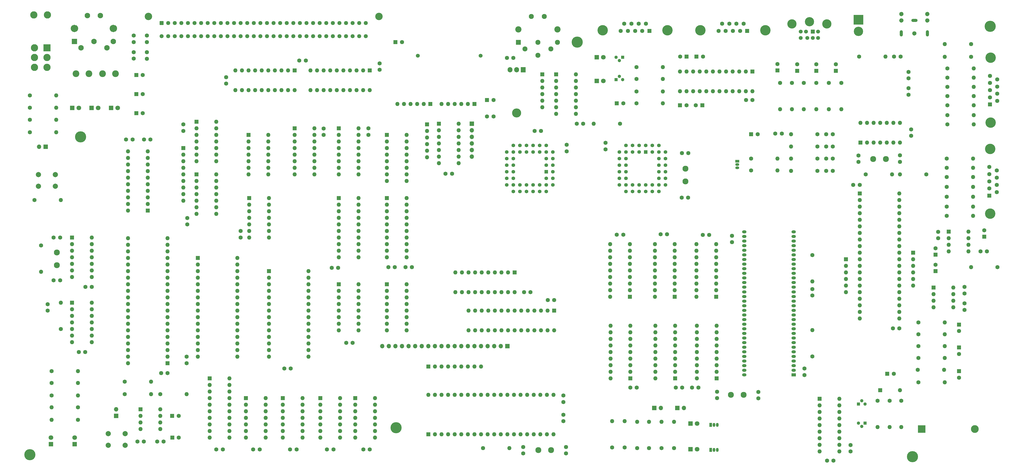
<source format=gbs>
G04 #@! TF.GenerationSoftware,KiCad,Pcbnew,(6.0.11)*
G04 #@! TF.CreationDate,2023-02-06T09:16:54+00:00*
G04 #@! TF.ProjectId,yddraig09,79646472-6169-4673-9039-2e6b69636164,rev?*
G04 #@! TF.SameCoordinates,Original*
G04 #@! TF.FileFunction,Soldermask,Bot*
G04 #@! TF.FilePolarity,Negative*
%FSLAX46Y46*%
G04 Gerber Fmt 4.6, Leading zero omitted, Abs format (unit mm)*
G04 Created by KiCad (PCBNEW (6.0.11)) date 2023-02-06 09:16:54*
%MOMM*%
%LPD*%
G01*
G04 APERTURE LIST*
G04 Aperture macros list*
%AMRoundRect*
0 Rectangle with rounded corners*
0 $1 Rounding radius*
0 $2 $3 $4 $5 $6 $7 $8 $9 X,Y pos of 4 corners*
0 Add a 4 corners polygon primitive as box body*
4,1,4,$2,$3,$4,$5,$6,$7,$8,$9,$2,$3,0*
0 Add four circle primitives for the rounded corners*
1,1,$1+$1,$2,$3*
1,1,$1+$1,$4,$5*
1,1,$1+$1,$6,$7*
1,1,$1+$1,$8,$9*
0 Add four rect primitives between the rounded corners*
20,1,$1+$1,$2,$3,$4,$5,0*
20,1,$1+$1,$4,$5,$6,$7,0*
20,1,$1+$1,$6,$7,$8,$9,0*
20,1,$1+$1,$8,$9,$2,$3,0*%
G04 Aperture macros list end*
%ADD10C,1.449000*%
%ADD11C,0.854000*%
%ADD12C,1.600000*%
%ADD13R,1.600000X1.600000*%
%ADD14R,1.800000X1.800000*%
%ADD15C,1.800000*%
%ADD16O,1.600000X1.600000*%
%ADD17C,4.000000*%
%ADD18R,1.700000X1.700000*%
%ADD19O,1.700000X1.700000*%
%ADD20C,2.390000*%
%ADD21R,2.100000X2.100000*%
%ADD22C,2.100000*%
%ADD23C,2.400000*%
%ADD24R,1.950000X1.950000*%
%ADD25C,1.950000*%
%ADD26C,1.500000*%
%ADD27C,2.600000*%
%ADD28R,1.500000X1.050000*%
%ADD29O,1.500000X1.050000*%
%ADD30R,1.050000X1.500000*%
%ADD31O,1.050000X1.500000*%
%ADD32C,2.000000*%
%ADD33R,2.800000X2.800000*%
%ADD34C,2.800000*%
%ADD35R,1.700000X1.200000*%
%ADD36O,1.700000X1.200000*%
%ADD37O,3.500000X3.500000*%
%ADD38R,1.905000X2.000000*%
%ADD39O,1.905000X2.000000*%
%ADD40R,1.422400X1.422400*%
%ADD41C,1.422400*%
%ADD42C,2.300000*%
%ADD43R,1.300000X1.300000*%
%ADD44C,1.300000*%
%ADD45R,3.000000X3.000000*%
%ADD46C,3.000000*%
%ADD47C,2.850000*%
%ADD48RoundRect,0.249999X-0.525001X-0.525001X0.525001X-0.525001X0.525001X0.525001X-0.525001X0.525001X0*%
%ADD49C,1.550000*%
%ADD50C,1.200000*%
%ADD51O,2.416000X1.208000*%
%ADD52O,1.208000X2.416000*%
%ADD53R,3.765000X3.765000*%
%ADD54C,3.600000*%
%ADD55R,1.509000X1.509000*%
%ADD56C,1.509000*%
%ADD57C,3.555000*%
%ADD58C,4.300000*%
G04 APERTURE END LIST*
D10*
X44805700Y-27475800D02*
G75*
G03*
X44805700Y-27475800I-724500J0D01*
G01*
X59815700Y-27475800D02*
G75*
G03*
X59815700Y-27475800I-724500J0D01*
G01*
D11*
X368393000Y-29400000D02*
G75*
G03*
X368393000Y-29400000I-427000J0D01*
G01*
X373393000Y-21900000D02*
G75*
G03*
X373393000Y-21900000I-427000J0D01*
G01*
X373393000Y-24400000D02*
G75*
G03*
X373393000Y-24400000I-427000J0D01*
G01*
X363393000Y-24400000D02*
G75*
G03*
X363393000Y-24400000I-427000J0D01*
G01*
X363393000Y-21900000D02*
G75*
G03*
X363393000Y-21900000I-427000J0D01*
G01*
D12*
X70906000Y-70358000D03*
X73406000Y-70358000D03*
X64008000Y-70358000D03*
X66508000Y-70358000D03*
X102616000Y-48768000D03*
X102616000Y-46268000D03*
X151384000Y-148844000D03*
X148884000Y-148844000D03*
X130810000Y-39878000D03*
X133310000Y-39878000D03*
X260945000Y-166116000D03*
X258445000Y-166116000D03*
X291909500Y-170180000D03*
X291909500Y-167680000D03*
X307848000Y-167767000D03*
X307848000Y-170267000D03*
X270129000Y-106934000D03*
X272629000Y-106934000D03*
X328676000Y-128056000D03*
X328676000Y-130556000D03*
X278471000Y-166116000D03*
X275971000Y-166116000D03*
X286385000Y-107188000D03*
X288885000Y-107188000D03*
X253238000Y-107061000D03*
X255738000Y-107061000D03*
X297688000Y-109982000D03*
X297688000Y-107482000D03*
X284734000Y-166116000D03*
X282234000Y-166116000D03*
X393486000Y-113538000D03*
X395986000Y-113538000D03*
X387338000Y-133596000D03*
X387338000Y-136096000D03*
D13*
X385191000Y-141772000D03*
D12*
X385191000Y-144272000D03*
D13*
X385191000Y-150622000D03*
D12*
X385191000Y-153122000D03*
D13*
X376174000Y-114808000D03*
D12*
X376174000Y-112308000D03*
X387338000Y-127286000D03*
X387338000Y-129786000D03*
X344424000Y-87884000D03*
X346924000Y-87884000D03*
X362204000Y-143256000D03*
X359704000Y-143256000D03*
D13*
X376174000Y-121158000D03*
D12*
X376174000Y-118658000D03*
X346456000Y-78994000D03*
X346456000Y-76494000D03*
X362458000Y-76454000D03*
X362458000Y-78954000D03*
X336510000Y-68326000D03*
X334010000Y-68326000D03*
X336510000Y-73025000D03*
X334010000Y-73025000D03*
X336510000Y-77724000D03*
X334010000Y-77724000D03*
X336510000Y-82423000D03*
X334010000Y-82423000D03*
X365760000Y-50546000D03*
X365760000Y-53046000D03*
D13*
X337693000Y-43815000D03*
D12*
X337693000Y-41315000D03*
D13*
X322834000Y-43815000D03*
D12*
X322834000Y-41315000D03*
D13*
X330200000Y-43815000D03*
D12*
X330200000Y-41315000D03*
D13*
X315214000Y-43688000D03*
D12*
X315214000Y-41188000D03*
D13*
X305054000Y-68326000D03*
D12*
X307554000Y-68326000D03*
X365760000Y-44236000D03*
X365760000Y-46736000D03*
X360172000Y-38354000D03*
X362672000Y-38354000D03*
X314365000Y-68072000D03*
X316865000Y-68072000D03*
X232664000Y-176570000D03*
X232664000Y-179070000D03*
X115530000Y-189992000D03*
X113030000Y-189992000D03*
X87376000Y-156678000D03*
X87376000Y-154178000D03*
X101306000Y-189992000D03*
X98806000Y-189992000D03*
X278320500Y-75628500D03*
X280820500Y-75628500D03*
X280733500Y-92773500D03*
X278233500Y-92773500D03*
D13*
X280162000Y-38354000D03*
D12*
X277662000Y-38354000D03*
D13*
X277622000Y-57150000D03*
D12*
X280122000Y-57150000D03*
D13*
X286218000Y-57150000D03*
D12*
X283718000Y-57150000D03*
X248920000Y-74128000D03*
X248920000Y-71628000D03*
X48260000Y-152400000D03*
X45760000Y-152400000D03*
X36068000Y-108204000D03*
X38568000Y-108204000D03*
X50800000Y-127254000D03*
X48300000Y-127254000D03*
X33782000Y-136398000D03*
X33782000Y-133898000D03*
D13*
X81828000Y-185420000D03*
D12*
X84328000Y-185420000D03*
X78486000Y-186944000D03*
X75986000Y-186944000D03*
D13*
X81788000Y-177038000D03*
D12*
X84288000Y-177038000D03*
X66929000Y-30226000D03*
X66929000Y-32726000D03*
X72009000Y-30226000D03*
X72009000Y-32726000D03*
D13*
X67945000Y-45466000D03*
D12*
X70445000Y-45466000D03*
D13*
X67945000Y-52832000D03*
D12*
X70445000Y-52832000D03*
X66929000Y-36616000D03*
X66929000Y-39116000D03*
X72047833Y-36660000D03*
X72047833Y-39160000D03*
X203200000Y-61468000D03*
X205700000Y-61468000D03*
X210860000Y-38862000D03*
X213360000Y-38862000D03*
D13*
X203200000Y-55118000D03*
D12*
X205700000Y-55118000D03*
X233934000Y-72390000D03*
X233934000Y-74890000D03*
X240284000Y-64262000D03*
X237784000Y-64262000D03*
D13*
X253238000Y-56388000D03*
D12*
X255738000Y-56388000D03*
D14*
X58198800Y-58166000D03*
D15*
X60738800Y-58166000D03*
D14*
X50698800Y-58166000D03*
D15*
X53238800Y-58166000D03*
D14*
X43198800Y-58166000D03*
D15*
X45738800Y-58166000D03*
D14*
X281686000Y-180022500D03*
D15*
X284226000Y-180022500D03*
D12*
X380746000Y-64516000D03*
D16*
X390906000Y-64516000D03*
D12*
X380746000Y-53594000D03*
D16*
X390906000Y-53594000D03*
D12*
X380746000Y-42926000D03*
D16*
X390906000Y-42926000D03*
D12*
X380492000Y-99822000D03*
D16*
X390652000Y-99822000D03*
D12*
X380492000Y-88646000D03*
D16*
X390652000Y-88646000D03*
D12*
X380492000Y-81280000D03*
D16*
X390652000Y-81280000D03*
D12*
X380746000Y-60960000D03*
D16*
X390906000Y-60960000D03*
D12*
X380746000Y-57150000D03*
D16*
X390906000Y-57150000D03*
D12*
X380746000Y-50038000D03*
D16*
X390906000Y-50038000D03*
D12*
X380746000Y-46482000D03*
D16*
X390906000Y-46482000D03*
D12*
X380492000Y-96266000D03*
D16*
X390652000Y-96266000D03*
D12*
X380492000Y-92456000D03*
D16*
X390652000Y-92456000D03*
D12*
X380492000Y-84836000D03*
D16*
X390652000Y-84836000D03*
D12*
X380492000Y-77724000D03*
D16*
X390652000Y-77724000D03*
D17*
X397429000Y-63805200D03*
X397429000Y-38805200D03*
D13*
X397129000Y-56845200D03*
D12*
X397129000Y-54075200D03*
X397129000Y-51305200D03*
X397129000Y-48535200D03*
X397129000Y-45765200D03*
X399969000Y-55460200D03*
X399969000Y-52690200D03*
X399969000Y-49920200D03*
X399969000Y-47150200D03*
D17*
X397200400Y-98984200D03*
X397200400Y-73984200D03*
D13*
X396900400Y-92024200D03*
D12*
X396900400Y-89254200D03*
X396900400Y-86484200D03*
X396900400Y-83714200D03*
X396900400Y-80944200D03*
X399740400Y-90639200D03*
X399740400Y-87869200D03*
X399740400Y-85099200D03*
X399740400Y-82329200D03*
D17*
X310490000Y-28148000D03*
X285490000Y-28148000D03*
D13*
X303530000Y-28448000D03*
D12*
X300760000Y-28448000D03*
X297990000Y-28448000D03*
X295220000Y-28448000D03*
X292450000Y-28448000D03*
X302145000Y-25608000D03*
X299375000Y-25608000D03*
X296605000Y-25608000D03*
X293835000Y-25608000D03*
D17*
X247771000Y-28148000D03*
X272771000Y-28148000D03*
D13*
X265811000Y-28448000D03*
D12*
X263041000Y-28448000D03*
X260271000Y-28448000D03*
X257501000Y-28448000D03*
X254731000Y-28448000D03*
X264426000Y-25608000D03*
X261656000Y-25608000D03*
X258886000Y-25608000D03*
X256116000Y-25608000D03*
D18*
X60198000Y-177038000D03*
D19*
X60198000Y-174498000D03*
D20*
X59091200Y-27475800D03*
X44081200Y-27475800D03*
D21*
X44081200Y-32485800D03*
D22*
X51586200Y-32485800D03*
X59091200Y-32485800D03*
X46581200Y-34975800D03*
X56591200Y-34975800D03*
X54086200Y-22475800D03*
X49086200Y-22475800D03*
D23*
X215298000Y-27860000D03*
X230298000Y-27860000D03*
D24*
X215298000Y-32860000D03*
D25*
X217798000Y-35360000D03*
X222798000Y-32860000D03*
X227798000Y-35360000D03*
X230298000Y-32860000D03*
X222798000Y-37860000D03*
X225298000Y-22860000D03*
X220298000Y-22860000D03*
D26*
X176469600Y-37986600D03*
X200669600Y-37986600D03*
D27*
X54938000Y-44928967D03*
X59938000Y-44928967D03*
X44688000Y-44928967D03*
X49688000Y-44928967D03*
D28*
X299720000Y-78740000D03*
D29*
X299720000Y-80010000D03*
X299720000Y-81280000D03*
D30*
X289433000Y-180530500D03*
D31*
X290703000Y-180530500D03*
X291973000Y-180530500D03*
D30*
X289433000Y-190182500D03*
D31*
X290703000Y-190182500D03*
X291973000Y-190182500D03*
D12*
X328676000Y-114935000D03*
D16*
X328676000Y-125095000D03*
D12*
X369570000Y-145542000D03*
D16*
X379730000Y-145542000D03*
D12*
X369570000Y-154686000D03*
D16*
X379730000Y-154686000D03*
D12*
X369570000Y-164084000D03*
D16*
X379730000Y-164084000D03*
D12*
X369570000Y-140970000D03*
D16*
X379730000Y-140970000D03*
D12*
X369570000Y-150114000D03*
D16*
X379730000Y-150114000D03*
D12*
X369316000Y-159258000D03*
D16*
X379476000Y-159258000D03*
D12*
X330581000Y-77724000D03*
D16*
X320421000Y-77724000D03*
D12*
X349250000Y-83820000D03*
D16*
X359410000Y-83820000D03*
D12*
X330581000Y-73025000D03*
D16*
X320421000Y-73025000D03*
D12*
X330581000Y-68326000D03*
D16*
X320421000Y-68326000D03*
D12*
X330581000Y-82423000D03*
D16*
X320421000Y-82423000D03*
D12*
X372618000Y-83820000D03*
D16*
X362458000Y-83820000D03*
D12*
X346710000Y-38354000D03*
D16*
X356870000Y-38354000D03*
D12*
X335026000Y-48514000D03*
D16*
X335026000Y-58674000D03*
D12*
X325374000Y-48514000D03*
D16*
X325374000Y-58674000D03*
D12*
X330200000Y-48514000D03*
D16*
X330200000Y-58674000D03*
D12*
X320802000Y-48514000D03*
D16*
X320802000Y-58674000D03*
D12*
X316230000Y-48514000D03*
D16*
X316230000Y-58674000D03*
D12*
X305054000Y-82296000D03*
D16*
X315214000Y-82296000D03*
D12*
X305054000Y-77724000D03*
D16*
X315214000Y-77724000D03*
D12*
X339852000Y-48514000D03*
D16*
X339852000Y-58674000D03*
D12*
X254508000Y-64262000D03*
D16*
X244348000Y-64262000D03*
D12*
X260858000Y-42418000D03*
D16*
X271018000Y-42418000D03*
D12*
X260858000Y-51816000D03*
D16*
X271018000Y-51816000D03*
D12*
X260858000Y-56388000D03*
D16*
X271018000Y-56388000D03*
D12*
X38862000Y-143510000D03*
D16*
X38862000Y-133350000D03*
D12*
X35306000Y-164338000D03*
D16*
X45466000Y-164338000D03*
D12*
X28702000Y-93726000D03*
D16*
X38862000Y-93726000D03*
D12*
X63500000Y-163830000D03*
D16*
X73660000Y-163830000D03*
D12*
X26924000Y-53314600D03*
D16*
X37084000Y-53314600D03*
D12*
X26924000Y-62738000D03*
D16*
X37084000Y-62738000D03*
D12*
X26924000Y-58115200D03*
D16*
X37084000Y-58115200D03*
D12*
X256286000Y-189230000D03*
D16*
X256286000Y-179070000D03*
D12*
X261112000Y-189484000D03*
D16*
X261112000Y-179324000D03*
D12*
X251460000Y-189230000D03*
D16*
X251460000Y-179070000D03*
D12*
X265684000Y-189484000D03*
D16*
X265684000Y-179324000D03*
D13*
X367538000Y-114046000D03*
D16*
X367538000Y-116586000D03*
X367538000Y-119126000D03*
X367538000Y-121666000D03*
X367538000Y-124206000D03*
X367538000Y-126746000D03*
D13*
X341630000Y-116586000D03*
D16*
X341630000Y-119126000D03*
X341630000Y-121666000D03*
X341630000Y-124206000D03*
X341630000Y-126746000D03*
X341630000Y-129286000D03*
D13*
X180086000Y-64516000D03*
D16*
X180086000Y-67056000D03*
X180086000Y-69596000D03*
X180086000Y-72136000D03*
X180086000Y-74676000D03*
X180086000Y-77216000D03*
D13*
X181356000Y-56642000D03*
D16*
X178816000Y-56642000D03*
X176276000Y-56642000D03*
X173736000Y-56642000D03*
X171196000Y-56642000D03*
X168656000Y-56642000D03*
D13*
X198374000Y-56642000D03*
D16*
X195834000Y-56642000D03*
X193294000Y-56642000D03*
X190754000Y-56642000D03*
X188214000Y-56642000D03*
X185674000Y-56642000D03*
D32*
X36726000Y-83892000D03*
X30226000Y-83892000D03*
X36726000Y-88392000D03*
X30226000Y-88392000D03*
X63650000Y-188396000D03*
X57150000Y-188396000D03*
X57150000Y-183896000D03*
X63650000Y-183896000D03*
D33*
X33451800Y-34925000D03*
D34*
X33451800Y-38725000D03*
X33451800Y-42525000D03*
X28651800Y-34925000D03*
X28651800Y-38725000D03*
X28651800Y-42525000D03*
X33651800Y-22225000D03*
X28451800Y-22225000D03*
D13*
X129032000Y-43688000D03*
D16*
X126492000Y-43688000D03*
X123952000Y-43688000D03*
X121412000Y-43688000D03*
X118872000Y-43688000D03*
X116332000Y-43688000D03*
X113792000Y-43688000D03*
X111252000Y-43688000D03*
X108712000Y-43688000D03*
X106172000Y-43688000D03*
X106172000Y-51308000D03*
X108712000Y-51308000D03*
X111252000Y-51308000D03*
X113792000Y-51308000D03*
X116332000Y-51308000D03*
X118872000Y-51308000D03*
X121412000Y-51308000D03*
X123952000Y-51308000D03*
X126492000Y-51308000D03*
X129032000Y-51308000D03*
D13*
X291592000Y-131064000D03*
D16*
X291592000Y-128524000D03*
X291592000Y-125984000D03*
X291592000Y-123444000D03*
X291592000Y-120904000D03*
X291592000Y-118364000D03*
X291592000Y-115824000D03*
X291592000Y-113284000D03*
X291592000Y-110744000D03*
X283972000Y-110744000D03*
X283972000Y-113284000D03*
X283972000Y-115824000D03*
X283972000Y-118364000D03*
X283972000Y-120904000D03*
X283972000Y-123444000D03*
X283972000Y-125984000D03*
X283972000Y-128524000D03*
X283972000Y-131064000D03*
D13*
X275590000Y-131064000D03*
D16*
X275590000Y-128524000D03*
X275590000Y-125984000D03*
X275590000Y-123444000D03*
X275590000Y-120904000D03*
X275590000Y-118364000D03*
X275590000Y-115824000D03*
X275590000Y-113284000D03*
X275590000Y-110744000D03*
X267970000Y-110744000D03*
X267970000Y-113284000D03*
X267970000Y-115824000D03*
X267970000Y-118364000D03*
X267970000Y-120904000D03*
X267970000Y-123444000D03*
X267970000Y-125984000D03*
X267970000Y-128524000D03*
X267970000Y-131064000D03*
D13*
X258318000Y-131064000D03*
D16*
X258318000Y-128524000D03*
X258318000Y-125984000D03*
X258318000Y-123444000D03*
X258318000Y-120904000D03*
X258318000Y-118364000D03*
X258318000Y-115824000D03*
X258318000Y-113284000D03*
X258318000Y-110744000D03*
X250698000Y-110744000D03*
X250698000Y-113284000D03*
X250698000Y-115824000D03*
X250698000Y-118364000D03*
X250698000Y-120904000D03*
X250698000Y-123444000D03*
X250698000Y-125984000D03*
X250698000Y-128524000D03*
X250698000Y-131064000D03*
D13*
X291719000Y-162560000D03*
D16*
X291719000Y-160020000D03*
X291719000Y-157480000D03*
X291719000Y-154940000D03*
X291719000Y-152400000D03*
X291719000Y-149860000D03*
X291719000Y-147320000D03*
X291719000Y-144780000D03*
X291719000Y-142240000D03*
X284099000Y-142240000D03*
X284099000Y-144780000D03*
X284099000Y-147320000D03*
X284099000Y-149860000D03*
X284099000Y-152400000D03*
X284099000Y-154940000D03*
X284099000Y-157480000D03*
X284099000Y-160020000D03*
X284099000Y-162560000D03*
D13*
X275717000Y-162560000D03*
D16*
X275717000Y-160020000D03*
X275717000Y-157480000D03*
X275717000Y-154940000D03*
X275717000Y-152400000D03*
X275717000Y-149860000D03*
X275717000Y-147320000D03*
X275717000Y-144780000D03*
X275717000Y-142240000D03*
X268097000Y-142240000D03*
X268097000Y-144780000D03*
X268097000Y-147320000D03*
X268097000Y-149860000D03*
X268097000Y-152400000D03*
X268097000Y-154940000D03*
X268097000Y-157480000D03*
X268097000Y-160020000D03*
X268097000Y-162560000D03*
D13*
X258445000Y-162560000D03*
D16*
X258445000Y-160020000D03*
X258445000Y-157480000D03*
X258445000Y-154940000D03*
X258445000Y-152400000D03*
X258445000Y-149860000D03*
X258445000Y-147320000D03*
X258445000Y-144780000D03*
X258445000Y-142240000D03*
X250825000Y-142240000D03*
X250825000Y-144780000D03*
X250825000Y-147320000D03*
X250825000Y-149860000D03*
X250825000Y-152400000D03*
X250825000Y-154940000D03*
X250825000Y-157480000D03*
X250825000Y-160020000D03*
X250825000Y-162560000D03*
D35*
X321462400Y-161194000D03*
D36*
X321462400Y-159414000D03*
X321462400Y-157634000D03*
X321462400Y-155854000D03*
X321462400Y-154074000D03*
X321462400Y-152294000D03*
X321462400Y-150514000D03*
X321462400Y-148734000D03*
X321462400Y-146954000D03*
X321462400Y-145174000D03*
X321462400Y-143394000D03*
X321462400Y-141614000D03*
X321462400Y-139834000D03*
X321462400Y-138054000D03*
X321462400Y-136274000D03*
X321462400Y-134494000D03*
X321462400Y-132714000D03*
X321462400Y-130934000D03*
X321462400Y-129154000D03*
X321462400Y-127374000D03*
X321462400Y-125594000D03*
X321462400Y-123814000D03*
X321462400Y-122034000D03*
X321462400Y-120254000D03*
X321462400Y-118474000D03*
X321462400Y-116694000D03*
X321462400Y-114914000D03*
X321462400Y-113134000D03*
X321462400Y-111354000D03*
X321462400Y-109574000D03*
X321462400Y-107794000D03*
X321462400Y-106014000D03*
X302361600Y-106014000D03*
X302361600Y-107794000D03*
X302361600Y-109574000D03*
X302361600Y-111354000D03*
X302361600Y-113134000D03*
X302361600Y-114914000D03*
X302361600Y-116694000D03*
X302361600Y-118474000D03*
X302361600Y-120254000D03*
X302361600Y-122034000D03*
X302361600Y-123814000D03*
X302361600Y-125594000D03*
X302361600Y-127374000D03*
X302361600Y-129154000D03*
X302361600Y-130934000D03*
X302361600Y-132714000D03*
X302361600Y-134494000D03*
X302361600Y-136274000D03*
X302361600Y-138054000D03*
X302361600Y-139834000D03*
X302361600Y-141614000D03*
X302361600Y-143394000D03*
X302361600Y-145174000D03*
X302361600Y-146954000D03*
X302361600Y-148734000D03*
X302361600Y-150514000D03*
X302361600Y-152294000D03*
X302361600Y-154074000D03*
X302361600Y-155854000D03*
X302361600Y-157634000D03*
X302361600Y-159414000D03*
X302361600Y-161194000D03*
D13*
X375400000Y-127500000D03*
D16*
X375400000Y-130040000D03*
X375400000Y-132580000D03*
X375400000Y-135120000D03*
X383020000Y-135120000D03*
X383020000Y-132580000D03*
X383020000Y-130040000D03*
X383020000Y-127500000D03*
D13*
X347218000Y-71501000D03*
D16*
X349758000Y-71501000D03*
X352298000Y-71501000D03*
X354838000Y-71501000D03*
X357378000Y-71501000D03*
X359918000Y-71501000D03*
X362458000Y-71501000D03*
X362458000Y-63881000D03*
X359918000Y-63881000D03*
X357378000Y-63881000D03*
X354838000Y-63881000D03*
X352298000Y-63881000D03*
X349758000Y-63881000D03*
X347218000Y-63881000D03*
D13*
X138938000Y-170180000D03*
D16*
X138938000Y-172720000D03*
X138938000Y-175260000D03*
X138938000Y-177800000D03*
X138938000Y-180340000D03*
X138938000Y-182880000D03*
X138938000Y-185420000D03*
X146558000Y-185420000D03*
X146558000Y-182880000D03*
X146558000Y-180340000D03*
X146558000Y-177800000D03*
X146558000Y-175260000D03*
X146558000Y-172720000D03*
X146558000Y-170180000D03*
D13*
X91694000Y-116078000D03*
D16*
X91694000Y-118618000D03*
X91694000Y-121158000D03*
X91694000Y-123698000D03*
X91694000Y-126238000D03*
X91694000Y-128778000D03*
X91694000Y-131318000D03*
X91694000Y-133858000D03*
X91694000Y-136398000D03*
X91694000Y-138938000D03*
X91694000Y-141478000D03*
X91694000Y-144018000D03*
X91694000Y-146558000D03*
X91694000Y-149098000D03*
X91694000Y-151638000D03*
X91694000Y-154178000D03*
X106934000Y-154178000D03*
X106934000Y-151638000D03*
X106934000Y-149098000D03*
X106934000Y-146558000D03*
X106934000Y-144018000D03*
X106934000Y-141478000D03*
X106934000Y-138938000D03*
X106934000Y-136398000D03*
X106934000Y-133858000D03*
X106934000Y-131318000D03*
X106934000Y-128778000D03*
X106934000Y-126238000D03*
X106934000Y-123698000D03*
X106934000Y-121158000D03*
X106934000Y-118618000D03*
X106934000Y-116078000D03*
D13*
X119126000Y-121158000D03*
D16*
X119126000Y-123698000D03*
X119126000Y-126238000D03*
X119126000Y-128778000D03*
X119126000Y-131318000D03*
X119126000Y-133858000D03*
X119126000Y-136398000D03*
X119126000Y-138938000D03*
X119126000Y-141478000D03*
X119126000Y-144018000D03*
X119126000Y-146558000D03*
X119126000Y-149098000D03*
X119126000Y-151638000D03*
X119126000Y-154178000D03*
X134366000Y-154178000D03*
X134366000Y-151638000D03*
X134366000Y-149098000D03*
X134366000Y-146558000D03*
X134366000Y-144018000D03*
X134366000Y-141478000D03*
X134366000Y-138938000D03*
X134366000Y-136398000D03*
X134366000Y-133858000D03*
X134366000Y-131318000D03*
X134366000Y-128778000D03*
X134366000Y-126238000D03*
X134366000Y-123698000D03*
X134366000Y-121158000D03*
D13*
X305562000Y-44069000D03*
D16*
X303022000Y-44069000D03*
X300482000Y-44069000D03*
X297942000Y-44069000D03*
X295402000Y-44069000D03*
X292862000Y-44069000D03*
X290322000Y-44069000D03*
X287782000Y-44069000D03*
X285242000Y-44069000D03*
X282702000Y-44069000D03*
X280162000Y-44069000D03*
X277622000Y-44069000D03*
X277622000Y-51689000D03*
X280162000Y-51689000D03*
X282702000Y-51689000D03*
X285242000Y-51689000D03*
X287782000Y-51689000D03*
X290322000Y-51689000D03*
X292862000Y-51689000D03*
X295402000Y-51689000D03*
X297942000Y-51689000D03*
X300482000Y-51689000D03*
X303022000Y-51689000D03*
X305562000Y-51689000D03*
D13*
X43180000Y-133350000D03*
D16*
X43180000Y-135890000D03*
X43180000Y-138430000D03*
X43180000Y-140970000D03*
X43180000Y-143510000D03*
X43180000Y-146050000D03*
X43180000Y-148590000D03*
X50800000Y-148590000D03*
X50800000Y-146050000D03*
X50800000Y-143510000D03*
X50800000Y-140970000D03*
X50800000Y-138430000D03*
X50800000Y-135890000D03*
X50800000Y-133350000D03*
D13*
X43180000Y-108204000D03*
D16*
X43180000Y-110744000D03*
X43180000Y-113284000D03*
X43180000Y-115824000D03*
X43180000Y-118364000D03*
X43180000Y-120904000D03*
X43180000Y-123444000D03*
X50800000Y-123444000D03*
X50800000Y-120904000D03*
X50800000Y-118364000D03*
X50800000Y-115824000D03*
X50800000Y-113284000D03*
X50800000Y-110744000D03*
X50800000Y-108204000D03*
D13*
X69596000Y-174498000D03*
D16*
X69596000Y-177038000D03*
X69596000Y-179578000D03*
X69596000Y-182118000D03*
X77216000Y-182118000D03*
X77216000Y-179578000D03*
X77216000Y-177038000D03*
X77216000Y-174498000D03*
D13*
X80010000Y-156718000D03*
D16*
X80010000Y-154178000D03*
X80010000Y-151638000D03*
X80010000Y-149098000D03*
X80010000Y-146558000D03*
X80010000Y-144018000D03*
X80010000Y-141478000D03*
X80010000Y-138938000D03*
X80010000Y-136398000D03*
X80010000Y-133858000D03*
X80010000Y-131318000D03*
X80010000Y-128778000D03*
X80010000Y-126238000D03*
X80010000Y-123698000D03*
X80010000Y-121158000D03*
X80010000Y-118618000D03*
X80010000Y-116078000D03*
X80010000Y-113538000D03*
X80010000Y-110998000D03*
X80010000Y-108458000D03*
X64770000Y-108458000D03*
X64770000Y-110998000D03*
X64770000Y-113538000D03*
X64770000Y-116078000D03*
X64770000Y-118618000D03*
X64770000Y-121158000D03*
X64770000Y-123698000D03*
X64770000Y-126238000D03*
X64770000Y-128778000D03*
X64770000Y-131318000D03*
X64770000Y-133858000D03*
X64770000Y-136398000D03*
X64770000Y-138938000D03*
X64770000Y-141478000D03*
X64770000Y-144018000D03*
X64770000Y-146558000D03*
X64770000Y-149098000D03*
X64770000Y-151638000D03*
X64770000Y-154178000D03*
X64770000Y-156718000D03*
D37*
X214630000Y-60094000D03*
D38*
X217170000Y-43434000D03*
D39*
X214630000Y-43434000D03*
X212090000Y-43434000D03*
D13*
X229870000Y-45212000D03*
D16*
X229870000Y-47752000D03*
X229870000Y-50292000D03*
X229870000Y-52832000D03*
X229870000Y-55372000D03*
X229870000Y-57912000D03*
X229870000Y-60452000D03*
X237490000Y-60452000D03*
X237490000Y-57912000D03*
X237490000Y-55372000D03*
X237490000Y-52832000D03*
X237490000Y-50292000D03*
X237490000Y-47752000D03*
X237490000Y-45212000D03*
D13*
X184658000Y-64262000D03*
D16*
X184658000Y-66802000D03*
X184658000Y-69342000D03*
X184658000Y-71882000D03*
X184658000Y-74422000D03*
X184658000Y-76962000D03*
X184658000Y-79502000D03*
X192278000Y-79502000D03*
X192278000Y-76962000D03*
X192278000Y-74422000D03*
X192278000Y-71882000D03*
X192278000Y-69342000D03*
X192278000Y-66802000D03*
X192278000Y-64262000D03*
D40*
X226060000Y-82804000D03*
D41*
X228600000Y-80264000D03*
X226060000Y-80264000D03*
X228600000Y-77724000D03*
X226060000Y-77724000D03*
X228600000Y-75184000D03*
X226060000Y-72644000D03*
X226060000Y-75184000D03*
X223520000Y-72644000D03*
X223520000Y-75184000D03*
X220980000Y-72644000D03*
X220980000Y-75184000D03*
X218440000Y-72644000D03*
X218440000Y-75184000D03*
X215900000Y-72644000D03*
X215900000Y-75184000D03*
X213360000Y-72644000D03*
X210820000Y-75184000D03*
X213360000Y-75184000D03*
X210820000Y-77724000D03*
X213360000Y-77724000D03*
X210820000Y-80264000D03*
X213360000Y-80264000D03*
X210820000Y-82804000D03*
X213360000Y-82804000D03*
X210820000Y-85344000D03*
X213360000Y-85344000D03*
X210820000Y-87884000D03*
X213360000Y-90424000D03*
X213360000Y-87884000D03*
X215900000Y-90424000D03*
X215900000Y-87884000D03*
X218440000Y-90424000D03*
X218440000Y-87884000D03*
X220980000Y-90424000D03*
X220980000Y-87884000D03*
X223520000Y-90424000D03*
X223520000Y-87884000D03*
X226060000Y-90424000D03*
X228600000Y-87884000D03*
X226060000Y-87884000D03*
X228600000Y-85344000D03*
X226060000Y-85344000D03*
X228600000Y-82804000D03*
D42*
X297243500Y-168910000D03*
X302143500Y-168910000D03*
D12*
X35306000Y-169164000D03*
D16*
X45466000Y-169164000D03*
D12*
X35306000Y-159766000D03*
D16*
X45466000Y-159766000D03*
D12*
X63500000Y-168656000D03*
D16*
X73660000Y-168656000D03*
D12*
X77216000Y-168656000D03*
D16*
X87376000Y-168656000D03*
D12*
X143978000Y-189992000D03*
X141478000Y-189992000D03*
D13*
X385191000Y-159766000D03*
D12*
X385191000Y-162266000D03*
D43*
X348996000Y-179832000D03*
D44*
X347726000Y-181102000D03*
X346456000Y-179832000D03*
D43*
X346456000Y-172466000D03*
D44*
X347726000Y-171196000D03*
X348996000Y-172466000D03*
D12*
X353822000Y-171196000D03*
D16*
X353822000Y-181356000D03*
D12*
X358400000Y-171220000D03*
D16*
X358400000Y-181380000D03*
D13*
X354838000Y-167132000D03*
D16*
X362458000Y-167132000D03*
D13*
X157988000Y-43688000D03*
D16*
X155448000Y-43688000D03*
X152908000Y-43688000D03*
X150368000Y-43688000D03*
X147828000Y-43688000D03*
X145288000Y-43688000D03*
X142748000Y-43688000D03*
X140208000Y-43688000D03*
X137668000Y-43688000D03*
X135128000Y-43688000D03*
X135128000Y-51308000D03*
X137668000Y-51308000D03*
X140208000Y-51308000D03*
X142748000Y-51308000D03*
X145288000Y-51308000D03*
X147828000Y-51308000D03*
X150368000Y-51308000D03*
X152908000Y-51308000D03*
X155448000Y-51308000D03*
X157988000Y-51308000D03*
D45*
X370840000Y-182118000D03*
D46*
X391330000Y-182118000D03*
D12*
X328676000Y-154114500D03*
D16*
X328676000Y-143954500D03*
D18*
X211074000Y-150114000D03*
D19*
X208534000Y-150114000D03*
X205994000Y-150114000D03*
X203454000Y-150114000D03*
X200914000Y-150114000D03*
X198374000Y-150114000D03*
X195834000Y-150114000D03*
X193294000Y-150114000D03*
X190754000Y-150114000D03*
X188214000Y-150114000D03*
X185674000Y-150114000D03*
X183134000Y-150114000D03*
X180594000Y-150114000D03*
X178054000Y-150114000D03*
X175514000Y-150114000D03*
X172974000Y-150114000D03*
X170434000Y-150114000D03*
X167894000Y-150114000D03*
X165354000Y-150114000D03*
X162814000Y-150114000D03*
D12*
X201676000Y-189484000D03*
D16*
X211836000Y-189484000D03*
D13*
X180594000Y-157988000D03*
D16*
X183134000Y-157988000D03*
X185674000Y-157988000D03*
X188214000Y-157988000D03*
X190754000Y-157988000D03*
X193294000Y-157988000D03*
X195834000Y-157988000D03*
X198374000Y-157988000D03*
X200914000Y-157988000D03*
D13*
X180594000Y-184150000D03*
D16*
X183134000Y-184150000D03*
X185674000Y-184150000D03*
X188214000Y-184150000D03*
X190754000Y-184150000D03*
X193294000Y-184150000D03*
X195834000Y-184150000D03*
X198374000Y-184150000D03*
X200914000Y-184150000D03*
X203454000Y-184150000D03*
X205994000Y-184150000D03*
X208534000Y-184150000D03*
X211074000Y-184150000D03*
X213614000Y-184150000D03*
X216154000Y-184150000D03*
X218694000Y-184150000D03*
X221234000Y-184150000D03*
X223774000Y-184150000D03*
X226314000Y-184150000D03*
X228854000Y-184150000D03*
X228854000Y-168910000D03*
X226314000Y-168910000D03*
X223774000Y-168910000D03*
X221234000Y-168910000D03*
X218694000Y-168910000D03*
X216154000Y-168910000D03*
X213614000Y-168910000D03*
X211074000Y-168910000D03*
X208534000Y-168910000D03*
X205994000Y-168910000D03*
X203454000Y-168910000D03*
X200914000Y-168910000D03*
X198374000Y-168910000D03*
X195834000Y-168910000D03*
X193294000Y-168910000D03*
X190754000Y-168910000D03*
X188214000Y-168910000D03*
X185674000Y-168910000D03*
X183134000Y-168910000D03*
X180594000Y-168910000D03*
D42*
X227912000Y-190246000D03*
X223012000Y-190246000D03*
D12*
X233680000Y-189016000D03*
X233680000Y-191516000D03*
X217170000Y-191516000D03*
X217170000Y-189016000D03*
X232664000Y-169164000D03*
X232664000Y-171664000D03*
X362900000Y-171196000D03*
D16*
X362900000Y-181356000D03*
D13*
X91186000Y-63500000D03*
D16*
X91186000Y-66040000D03*
X91186000Y-68580000D03*
X91186000Y-71120000D03*
X91186000Y-73660000D03*
X91186000Y-76200000D03*
X91186000Y-78740000D03*
X98806000Y-78740000D03*
X98806000Y-76200000D03*
X98806000Y-73660000D03*
X98806000Y-71120000D03*
X98806000Y-68580000D03*
X98806000Y-66040000D03*
X98806000Y-63500000D03*
D13*
X146050000Y-92964000D03*
D16*
X146050000Y-95504000D03*
X146050000Y-98044000D03*
X146050000Y-100584000D03*
X146050000Y-103124000D03*
X146050000Y-105664000D03*
X146050000Y-108204000D03*
X146050000Y-110744000D03*
X146050000Y-113284000D03*
X146050000Y-115824000D03*
X153670000Y-115824000D03*
X153670000Y-113284000D03*
X153670000Y-110744000D03*
X153670000Y-108204000D03*
X153670000Y-105664000D03*
X153670000Y-103124000D03*
X153670000Y-100584000D03*
X153670000Y-98044000D03*
X153670000Y-95504000D03*
X153670000Y-92964000D03*
D13*
X331470000Y-170434000D03*
D16*
X331470000Y-172974000D03*
X331470000Y-175514000D03*
X331470000Y-178054000D03*
X331470000Y-180594000D03*
X331470000Y-183134000D03*
X331470000Y-185674000D03*
X331470000Y-188214000D03*
X331470000Y-190754000D03*
X339090000Y-190754000D03*
X339090000Y-188214000D03*
X339090000Y-185674000D03*
X339090000Y-183134000D03*
X339090000Y-180594000D03*
X339090000Y-178054000D03*
X339090000Y-175514000D03*
X339090000Y-172974000D03*
X339090000Y-170434000D03*
D12*
X336804000Y-194310000D03*
X334304000Y-194310000D03*
X343408000Y-188254000D03*
X343408000Y-190754000D03*
D13*
X357545000Y-160782000D03*
D12*
X360045000Y-160782000D03*
X167640000Y-119634000D03*
X165140000Y-119634000D03*
X140208000Y-66080000D03*
X140208000Y-68580000D03*
X87630000Y-103124000D03*
X87630000Y-100624000D03*
X174244000Y-119634000D03*
X171744000Y-119634000D03*
D42*
X37338000Y-118872000D03*
X37338000Y-113972000D03*
D12*
X31242000Y-111252000D03*
D16*
X31242000Y-121412000D03*
D12*
X38568000Y-124714000D03*
X36068000Y-124714000D03*
X80010000Y-160528000D03*
X77510000Y-160528000D03*
X70866000Y-186944000D03*
X68366000Y-186944000D03*
D42*
X279717500Y-81597500D03*
X279717500Y-86497500D03*
D12*
X86106000Y-67016000D03*
X86106000Y-64516000D03*
X157988000Y-189992000D03*
X155488000Y-189992000D03*
D13*
X152400000Y-170180000D03*
D16*
X152400000Y-172720000D03*
X152400000Y-175260000D03*
X152400000Y-177800000D03*
X152400000Y-180340000D03*
X152400000Y-182880000D03*
X152400000Y-185420000D03*
X160020000Y-185420000D03*
X160020000Y-182880000D03*
X160020000Y-180340000D03*
X160020000Y-177800000D03*
X160020000Y-175260000D03*
X160020000Y-172720000D03*
X160020000Y-170180000D03*
D13*
X124460000Y-170180000D03*
D16*
X124460000Y-172720000D03*
X124460000Y-175260000D03*
X124460000Y-177800000D03*
X124460000Y-180340000D03*
X124460000Y-182880000D03*
X124460000Y-185420000D03*
X132080000Y-185420000D03*
X132080000Y-182880000D03*
X132080000Y-180340000D03*
X132080000Y-177800000D03*
X132080000Y-175260000D03*
X132080000Y-172720000D03*
X132080000Y-170180000D03*
D12*
X129754000Y-189992000D03*
X127254000Y-189992000D03*
D14*
X44196000Y-187960000D03*
D15*
X44196000Y-185420000D03*
D14*
X35052000Y-187960000D03*
D15*
X35052000Y-185420000D03*
D12*
X45466000Y-173736000D03*
D16*
X35306000Y-173736000D03*
D12*
X45466000Y-178562000D03*
D16*
X35306000Y-178562000D03*
D13*
X67945000Y-60198000D03*
D12*
X70445000Y-60198000D03*
X189698000Y-83566000D03*
X187198000Y-83566000D03*
D18*
X197358000Y-64262000D03*
D19*
X197358000Y-66802000D03*
X197358000Y-69342000D03*
X197358000Y-71882000D03*
X197358000Y-74422000D03*
X197358000Y-76962000D03*
D13*
X229108000Y-136398000D03*
D16*
X226568000Y-136398000D03*
X224028000Y-136398000D03*
X221488000Y-136398000D03*
X218948000Y-136398000D03*
X216408000Y-136398000D03*
X213868000Y-136398000D03*
X211328000Y-136398000D03*
X208788000Y-136398000D03*
X206248000Y-136398000D03*
X203708000Y-136398000D03*
X201168000Y-136398000D03*
X198628000Y-136398000D03*
X196088000Y-136398000D03*
X196088000Y-144018000D03*
X198628000Y-144018000D03*
X201168000Y-144018000D03*
X203708000Y-144018000D03*
X206248000Y-144018000D03*
X208788000Y-144018000D03*
X211328000Y-144018000D03*
X213868000Y-144018000D03*
X216408000Y-144018000D03*
X218948000Y-144018000D03*
X221488000Y-144018000D03*
X224028000Y-144018000D03*
X226568000Y-144018000D03*
X229108000Y-144018000D03*
D13*
X213868000Y-121666000D03*
D16*
X211328000Y-121666000D03*
X208788000Y-121666000D03*
X206248000Y-121666000D03*
X203708000Y-121666000D03*
X201168000Y-121666000D03*
X198628000Y-121666000D03*
X196088000Y-121666000D03*
X193548000Y-121666000D03*
X191008000Y-121666000D03*
X191008000Y-129286000D03*
X193548000Y-129286000D03*
X196088000Y-129286000D03*
X198628000Y-129286000D03*
X201168000Y-129286000D03*
X203708000Y-129286000D03*
X206248000Y-129286000D03*
X208788000Y-129286000D03*
X211328000Y-129286000D03*
X213868000Y-129286000D03*
D12*
X226608000Y-132334000D03*
X229108000Y-132334000D03*
D18*
X276606000Y-173990000D03*
D19*
X279146000Y-173990000D03*
D12*
X270510000Y-189484000D03*
D16*
X270510000Y-179324000D03*
D12*
X275336000Y-189484000D03*
D16*
X275336000Y-179324000D03*
D18*
X267716000Y-173990000D03*
D19*
X270256000Y-173990000D03*
D47*
X161544000Y-22860000D03*
X72644000Y-22860000D03*
D48*
X77724000Y-25400000D03*
D49*
X80264000Y-25400000D03*
X82804000Y-25400000D03*
X85344000Y-25400000D03*
X87884000Y-25400000D03*
X90424000Y-25400000D03*
X92964000Y-25400000D03*
X95504000Y-25400000D03*
X98044000Y-25400000D03*
X100584000Y-25400000D03*
X103124000Y-25400000D03*
X105664000Y-25400000D03*
X108204000Y-25400000D03*
X110744000Y-25400000D03*
X113284000Y-25400000D03*
X115824000Y-25400000D03*
X118364000Y-25400000D03*
X120904000Y-25400000D03*
X123444000Y-25400000D03*
X125984000Y-25400000D03*
X128524000Y-25400000D03*
X131064000Y-25400000D03*
X133604000Y-25400000D03*
X136144000Y-25400000D03*
X138684000Y-25400000D03*
X141224000Y-25400000D03*
X143764000Y-25400000D03*
X146304000Y-25400000D03*
X148844000Y-25400000D03*
X151384000Y-25400000D03*
X153924000Y-25400000D03*
X156464000Y-25400000D03*
X77724000Y-30480000D03*
X80264000Y-30480000D03*
X82804000Y-30480000D03*
X85344000Y-30480000D03*
X87884000Y-30480000D03*
X90424000Y-30480000D03*
X92964000Y-30480000D03*
X95504000Y-30480000D03*
X98044000Y-30480000D03*
X100584000Y-30480000D03*
X103124000Y-30480000D03*
X105664000Y-30480000D03*
X108204000Y-30480000D03*
X110744000Y-30480000D03*
X113284000Y-30480000D03*
X115824000Y-30480000D03*
X118364000Y-30480000D03*
X120904000Y-30480000D03*
X123444000Y-30480000D03*
X125984000Y-30480000D03*
X128524000Y-30480000D03*
X131064000Y-30480000D03*
X133604000Y-30480000D03*
X136144000Y-30480000D03*
X138684000Y-30480000D03*
X141224000Y-30480000D03*
X143764000Y-30480000D03*
X146304000Y-30480000D03*
X148844000Y-30480000D03*
X151384000Y-30480000D03*
X153924000Y-30480000D03*
X156464000Y-30480000D03*
D18*
X33020000Y-73152000D03*
D19*
X30480000Y-73152000D03*
D12*
X26924000Y-67564000D03*
D16*
X37084000Y-67564000D03*
D14*
X245477000Y-47752000D03*
D15*
X248017000Y-47752000D03*
D12*
X260858000Y-46990000D03*
D16*
X271018000Y-46990000D03*
D12*
X305562000Y-55118000D03*
X303062000Y-55118000D03*
X325628000Y-158750000D03*
X325628000Y-161250000D03*
X127508000Y-158750000D03*
X125008000Y-158750000D03*
D13*
X346964000Y-91186000D03*
D16*
X346964000Y-93726000D03*
X346964000Y-96266000D03*
X346964000Y-98806000D03*
X346964000Y-101346000D03*
X346964000Y-103886000D03*
X346964000Y-106426000D03*
X346964000Y-108966000D03*
X346964000Y-111506000D03*
X346964000Y-114046000D03*
X346964000Y-116586000D03*
X346964000Y-119126000D03*
X346964000Y-121666000D03*
X346964000Y-124206000D03*
X346964000Y-126746000D03*
X346964000Y-129286000D03*
X346964000Y-131826000D03*
X346964000Y-134366000D03*
X346964000Y-136906000D03*
X346964000Y-139446000D03*
X362204000Y-139446000D03*
X362204000Y-136906000D03*
X362204000Y-134366000D03*
X362204000Y-131826000D03*
X362204000Y-129286000D03*
X362204000Y-126746000D03*
X362204000Y-124206000D03*
X362204000Y-121666000D03*
X362204000Y-119126000D03*
X362204000Y-116586000D03*
X362204000Y-114046000D03*
X362204000Y-111506000D03*
X362204000Y-108966000D03*
X362204000Y-106426000D03*
X362204000Y-103886000D03*
X362204000Y-101346000D03*
X362204000Y-98806000D03*
X362204000Y-96266000D03*
X362204000Y-93726000D03*
X362204000Y-91186000D03*
D13*
X164592000Y-126238000D03*
D16*
X164592000Y-128778000D03*
X164592000Y-131318000D03*
X164592000Y-133858000D03*
X164592000Y-136398000D03*
X164592000Y-138938000D03*
X164592000Y-141478000D03*
X164592000Y-144018000D03*
X172212000Y-144018000D03*
X172212000Y-141478000D03*
X172212000Y-138938000D03*
X172212000Y-136398000D03*
X172212000Y-133858000D03*
X172212000Y-131318000D03*
X172212000Y-128778000D03*
X172212000Y-126238000D03*
D13*
X146050000Y-126238000D03*
D16*
X146050000Y-128778000D03*
X146050000Y-131318000D03*
X146050000Y-133858000D03*
X146050000Y-136398000D03*
X146050000Y-138938000D03*
X146050000Y-141478000D03*
X146050000Y-144018000D03*
X153670000Y-144018000D03*
X153670000Y-141478000D03*
X153670000Y-138938000D03*
X153670000Y-136398000D03*
X153670000Y-133858000D03*
X153670000Y-131318000D03*
X153670000Y-128778000D03*
X153670000Y-126238000D03*
D43*
X252984000Y-47244000D03*
D44*
X254254000Y-45974000D03*
X255524000Y-47244000D03*
D43*
X255524000Y-38608000D03*
D44*
X254254000Y-39878000D03*
X252984000Y-38608000D03*
D14*
X245477000Y-38608000D03*
D15*
X248017000Y-38608000D03*
D42*
X356997000Y-77851000D03*
X352097000Y-77851000D03*
D12*
X219964000Y-129286000D03*
X217464000Y-129286000D03*
D13*
X96266000Y-162560000D03*
D16*
X96266000Y-165100000D03*
X96266000Y-167640000D03*
X96266000Y-170180000D03*
X96266000Y-172720000D03*
X96266000Y-175260000D03*
X96266000Y-177800000D03*
X96266000Y-180340000D03*
X96266000Y-182880000D03*
X96266000Y-185420000D03*
X103886000Y-185420000D03*
X103886000Y-182880000D03*
X103886000Y-180340000D03*
X103886000Y-177800000D03*
X103886000Y-175260000D03*
X103886000Y-172720000D03*
X103886000Y-170180000D03*
X103886000Y-167640000D03*
X103886000Y-165100000D03*
X103886000Y-162560000D03*
D13*
X283972000Y-38354000D03*
D12*
X286472000Y-38354000D03*
X161798000Y-40934000D03*
X161798000Y-43434000D03*
D50*
X362966000Y-24400000D03*
X372966000Y-21900000D03*
X372966000Y-24400000D03*
X362966000Y-21900000D03*
X367966000Y-29400000D03*
D51*
X367966000Y-24400000D03*
D52*
X362966000Y-29400000D03*
X372966000Y-29400000D03*
D12*
X366776000Y-66421000D03*
X366776000Y-68921000D03*
D13*
X381254000Y-105918000D03*
D16*
X381254000Y-108458000D03*
X381254000Y-110998000D03*
X381254000Y-113538000D03*
X388874000Y-113538000D03*
X388874000Y-110998000D03*
X388874000Y-108458000D03*
X388874000Y-105918000D03*
D12*
X377190000Y-108458000D03*
X377190000Y-105958000D03*
D13*
X224536000Y-45212000D03*
D16*
X224536000Y-47752000D03*
X224536000Y-50292000D03*
X224536000Y-52832000D03*
X224536000Y-55372000D03*
X224536000Y-57912000D03*
D13*
X110236000Y-170180000D03*
D16*
X110236000Y-172720000D03*
X110236000Y-175260000D03*
X110236000Y-177800000D03*
X110236000Y-180340000D03*
X110236000Y-182880000D03*
X110236000Y-185420000D03*
X117856000Y-185420000D03*
X117856000Y-182880000D03*
X117856000Y-180340000D03*
X117856000Y-177800000D03*
X117856000Y-175260000D03*
X117856000Y-172720000D03*
X117856000Y-170180000D03*
D13*
X72390000Y-97790000D03*
D16*
X72390000Y-95250000D03*
X72390000Y-92710000D03*
X72390000Y-90170000D03*
X72390000Y-87630000D03*
X72390000Y-85090000D03*
X72390000Y-82550000D03*
X72390000Y-80010000D03*
X72390000Y-77470000D03*
X72390000Y-74930000D03*
X64770000Y-74930000D03*
X64770000Y-77470000D03*
X64770000Y-80010000D03*
X64770000Y-82550000D03*
X64770000Y-85090000D03*
X64770000Y-87630000D03*
X64770000Y-90170000D03*
X64770000Y-92710000D03*
X64770000Y-95250000D03*
X64770000Y-97790000D03*
D13*
X164592000Y-92964000D03*
D16*
X164592000Y-95504000D03*
X164592000Y-98044000D03*
X164592000Y-100584000D03*
X164592000Y-103124000D03*
X164592000Y-105664000D03*
X164592000Y-108204000D03*
X164592000Y-110744000D03*
X164592000Y-113284000D03*
X164592000Y-115824000D03*
X172212000Y-115824000D03*
X172212000Y-113284000D03*
X172212000Y-110744000D03*
X172212000Y-108204000D03*
X172212000Y-105664000D03*
X172212000Y-103124000D03*
X172212000Y-100584000D03*
X172212000Y-98044000D03*
X172212000Y-95504000D03*
X172212000Y-92964000D03*
D13*
X146050000Y-66040000D03*
D16*
X146050000Y-68580000D03*
X146050000Y-71120000D03*
X146050000Y-73660000D03*
X146050000Y-76200000D03*
X146050000Y-78740000D03*
X146050000Y-81280000D03*
X146050000Y-83820000D03*
X153670000Y-83820000D03*
X153670000Y-81280000D03*
X153670000Y-78740000D03*
X153670000Y-76200000D03*
X153670000Y-73660000D03*
X153670000Y-71120000D03*
X153670000Y-68580000D03*
X153670000Y-66040000D03*
D40*
X264414000Y-75184000D03*
D41*
X261874000Y-72644000D03*
X261874000Y-75184000D03*
X259334000Y-72644000D03*
X259334000Y-75184000D03*
X256794000Y-72644000D03*
X254254000Y-75184000D03*
X256794000Y-75184000D03*
X254254000Y-77724000D03*
X256794000Y-77724000D03*
X254254000Y-80264000D03*
X256794000Y-80264000D03*
X254254000Y-82804000D03*
X256794000Y-82804000D03*
X254254000Y-85344000D03*
X256794000Y-85344000D03*
X254254000Y-87884000D03*
X256794000Y-90424000D03*
X256794000Y-87884000D03*
X259334000Y-90424000D03*
X259334000Y-87884000D03*
X261874000Y-90424000D03*
X261874000Y-87884000D03*
X264414000Y-90424000D03*
X264414000Y-87884000D03*
X266954000Y-90424000D03*
X266954000Y-87884000D03*
X269494000Y-90424000D03*
X272034000Y-87884000D03*
X269494000Y-87884000D03*
X272034000Y-85344000D03*
X269494000Y-85344000D03*
X272034000Y-82804000D03*
X269494000Y-82804000D03*
X272034000Y-80264000D03*
X269494000Y-80264000D03*
X272034000Y-77724000D03*
X269494000Y-77724000D03*
X272034000Y-75184000D03*
X269494000Y-72644000D03*
X269494000Y-75184000D03*
X266954000Y-72644000D03*
X266954000Y-75184000D03*
X264414000Y-72644000D03*
D12*
X221528000Y-67056000D03*
X224028000Y-67056000D03*
D14*
X281686000Y-189928500D03*
D15*
X284226000Y-189928500D03*
D13*
X111506000Y-92964000D03*
D16*
X111506000Y-95504000D03*
X111506000Y-98044000D03*
X111506000Y-100584000D03*
X111506000Y-103124000D03*
X111506000Y-105664000D03*
X111506000Y-108204000D03*
X119126000Y-108204000D03*
X119126000Y-105664000D03*
X119126000Y-103124000D03*
X119126000Y-100584000D03*
X119126000Y-98044000D03*
X119126000Y-95504000D03*
X119126000Y-92964000D03*
D12*
X108204000Y-108164000D03*
X108204000Y-105664000D03*
X157480000Y-66040000D03*
X157480000Y-68540000D03*
D13*
X86106000Y-73660000D03*
D16*
X86106000Y-76200000D03*
X86106000Y-78740000D03*
X86106000Y-81280000D03*
X86106000Y-83820000D03*
X86106000Y-86360000D03*
X86106000Y-88900000D03*
X86106000Y-91440000D03*
X86106000Y-93980000D03*
D53*
X346456000Y-24130000D03*
D54*
X346456000Y-28630000D03*
D13*
X91186000Y-83820000D03*
D16*
X91186000Y-86360000D03*
X91186000Y-88900000D03*
X91186000Y-91440000D03*
X91186000Y-93980000D03*
X91186000Y-96520000D03*
X91186000Y-99060000D03*
X98806000Y-99060000D03*
X98806000Y-96520000D03*
X98806000Y-93980000D03*
X98806000Y-91440000D03*
X98806000Y-88900000D03*
X98806000Y-86360000D03*
X98806000Y-83820000D03*
D13*
X111252000Y-68580000D03*
D16*
X111252000Y-71120000D03*
X111252000Y-73660000D03*
X111252000Y-76200000D03*
X111252000Y-78740000D03*
X111252000Y-81280000D03*
X111252000Y-83820000D03*
X118872000Y-83820000D03*
X118872000Y-81280000D03*
X118872000Y-78740000D03*
X118872000Y-76200000D03*
X118872000Y-73660000D03*
X118872000Y-71120000D03*
X118872000Y-68580000D03*
D13*
X129032000Y-66040000D03*
D16*
X129032000Y-68580000D03*
X129032000Y-71120000D03*
X129032000Y-73660000D03*
X129032000Y-76200000D03*
X129032000Y-78740000D03*
X129032000Y-81280000D03*
X129032000Y-83820000D03*
X136652000Y-83820000D03*
X136652000Y-81280000D03*
X136652000Y-78740000D03*
X136652000Y-76200000D03*
X136652000Y-73660000D03*
X136652000Y-71120000D03*
X136652000Y-68580000D03*
X136652000Y-66040000D03*
D13*
X167894000Y-32766000D03*
D12*
X170394000Y-32766000D03*
D13*
X164592000Y-68580000D03*
D16*
X164592000Y-71120000D03*
X164592000Y-73660000D03*
X164592000Y-76200000D03*
X164592000Y-78740000D03*
X164592000Y-81280000D03*
X164592000Y-83820000D03*
X164592000Y-86360000D03*
X172212000Y-86360000D03*
X172212000Y-83820000D03*
X172212000Y-81280000D03*
X172212000Y-78740000D03*
X172212000Y-76200000D03*
X172212000Y-73660000D03*
X172212000Y-71120000D03*
X172212000Y-68580000D03*
D55*
X328803000Y-28702000D03*
D56*
X326203000Y-28702000D03*
X330853000Y-28702000D03*
X328803000Y-31192000D03*
X324153000Y-28702000D03*
X330853000Y-31192000D03*
X326693000Y-31192000D03*
X324153000Y-31192000D03*
D57*
X320743000Y-25702000D03*
X327503000Y-24892000D03*
X334263000Y-25702000D03*
D12*
X145796000Y-119888000D03*
X143296000Y-119888000D03*
D58*
X397256000Y-26670000D03*
D12*
X389890000Y-38400000D03*
D16*
X379730000Y-38400000D03*
D12*
X389890000Y-33528000D03*
D16*
X379730000Y-33528000D03*
D58*
X367284000Y-192786000D03*
X237998000Y-32766000D03*
X46482000Y-69342000D03*
X26924000Y-192024000D03*
X168148000Y-181610000D03*
D13*
X394970000Y-107885113D03*
D12*
X394970000Y-105385113D03*
X400050000Y-119634000D03*
D16*
X389890000Y-119634000D03*
M02*

</source>
